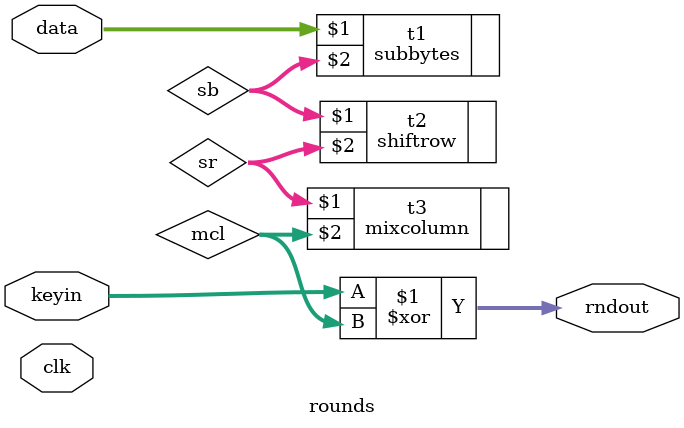
<source format=v>
`timescale 1ns / 1ps

module rounds(clk,data,keyin,rndout);
input clk;
input [127:0]data;
input [127:0]keyin;
output [127:0]rndout;

wire [127:0] sb,sr,mcl;

subbytes t1(data,sb);
shiftrow t2(sb,sr);
mixcolumn t3(sr,mcl);
assign rndout= keyin^mcl;

endmodule

</source>
